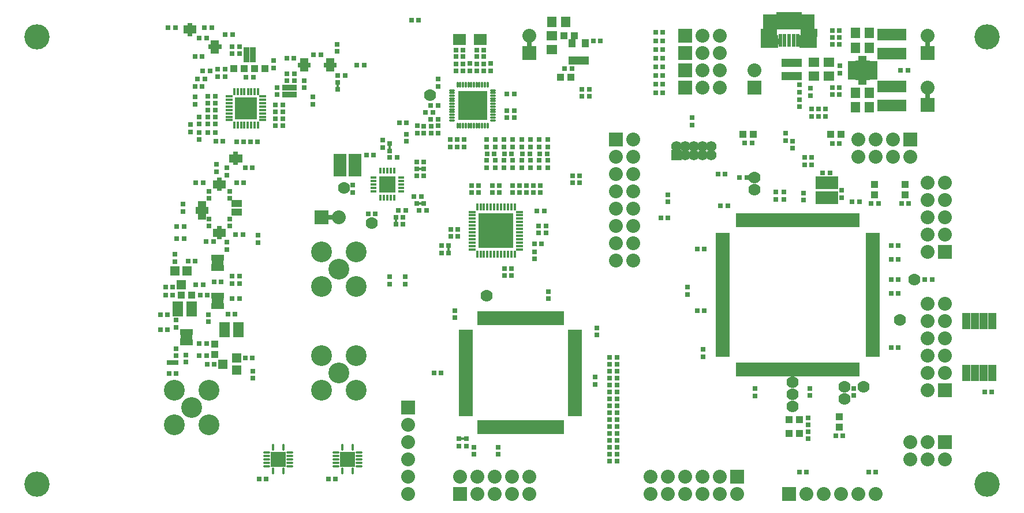
<source format=gts>
G04 (created by PCBNEW-RS274X (2012-01-19 BZR 3256)-stable) date 12/09/2012 22:21:58*
G01*
G70*
G90*
%MOIN*%
G04 Gerber Fmt 3.4, Leading zero omitted, Abs format*
%FSLAX34Y34*%
G04 APERTURE LIST*
%ADD10C,0.006000*%
%ADD11R,0.056000X0.056000*%
%ADD12R,0.040000X0.050000*%
%ADD13R,0.067200X0.075100*%
%ADD14R,0.075100X0.067200*%
%ADD15R,0.031600X0.079100*%
%ADD16R,0.079100X0.031600*%
%ADD17R,0.023700X0.076900*%
%ADD18R,0.076100X0.101400*%
%ADD19R,0.104300X0.077100*%
%ADD20R,0.091900X0.045000*%
%ADD21R,0.083000X0.131600*%
%ADD22C,0.083000*%
%ADD23C,0.077100*%
%ADD24C,0.070000*%
%ADD25R,0.041700X0.051500*%
%ADD26R,0.059000X0.038000*%
%ADD27R,0.045000X0.095000*%
%ADD28R,0.026000X0.036900*%
%ADD29R,0.044000X0.027900*%
%ADD30R,0.036900X0.026000*%
%ADD31R,0.027900X0.044000*%
%ADD32R,0.027900X0.037700*%
%ADD33R,0.071200X0.027900*%
%ADD34O,0.067200X0.027900*%
%ADD35R,0.067200X0.039700*%
%ADD36O,0.063300X0.027900*%
%ADD37R,0.025900X0.027900*%
%ADD38R,0.053500X0.031000*%
%ADD39R,0.052400X0.067200*%
%ADD40R,0.031000X0.047600*%
%ADD41C,0.043000*%
%ADD42O,0.039100X0.016600*%
%ADD43O,0.016600X0.039100*%
%ADD44R,0.046000X0.046000*%
%ADD45O,0.016600X0.041000*%
%ADD46O,0.041000X0.016600*%
%ADD47R,0.200900X0.200900*%
%ADD48O,0.013700X0.038300*%
%ADD49O,0.038300X0.013700*%
%ADD50R,0.170500X0.170500*%
%ADD51R,0.131300X0.131300*%
%ADD52O,0.037100X0.016600*%
%ADD53O,0.016600X0.037100*%
%ADD54R,0.096500X0.096500*%
%ADD55R,0.165700X0.067200*%
%ADD56R,0.035700X0.039700*%
%ADD57R,0.047600X0.039700*%
%ADD58R,0.039700X0.043600*%
%ADD59R,0.080000X0.080000*%
%ADD60C,0.080000*%
%ADD61R,0.036100X0.033000*%
%ADD62R,0.033000X0.036100*%
%ADD63R,0.062000X0.062000*%
%ADD64C,0.062000*%
%ADD65R,0.041700X0.029800*%
%ADD66R,0.064700X0.053300*%
%ADD67R,0.053300X0.064700*%
%ADD68R,0.042000X0.042000*%
%ADD69R,0.030000X0.028000*%
%ADD70R,0.028000X0.030000*%
%ADD71C,0.120000*%
%ADD72R,0.038000X0.028000*%
%ADD73R,0.038000X0.018000*%
%ADD74R,0.018000X0.038000*%
%ADD75R,0.030000X0.080000*%
%ADD76R,0.080000X0.030000*%
%ADD77C,0.146000*%
G04 APERTURE END LIST*
G54D10*
G54D11*
X37600Y-41650D03*
X37600Y-42350D03*
X36800Y-42000D03*
X34050Y-36600D03*
X34750Y-36600D03*
X34400Y-37400D03*
G54D12*
X56975Y-24450D03*
X57725Y-24450D03*
X56975Y-23450D03*
X57350Y-24450D03*
X57725Y-23450D03*
G54D13*
X72015Y-32383D03*
X71385Y-31517D03*
X72015Y-31517D03*
X71385Y-32383D03*
G54D14*
X43567Y-30815D03*
X44433Y-30185D03*
X44433Y-30815D03*
X43567Y-30185D03*
G54D15*
X56362Y-39350D03*
X56165Y-39350D03*
X55969Y-39350D03*
X55772Y-39350D03*
X55575Y-39350D03*
X55378Y-39350D03*
X55181Y-39350D03*
X54984Y-39350D03*
X54787Y-39350D03*
X54591Y-39350D03*
X54394Y-39350D03*
X54197Y-39350D03*
X54000Y-39350D03*
X53803Y-39350D03*
X53606Y-39350D03*
X53409Y-39350D03*
X53213Y-39350D03*
X53016Y-39350D03*
X52819Y-39350D03*
X52622Y-39350D03*
X52425Y-39350D03*
X52228Y-39350D03*
X52031Y-39350D03*
X51835Y-39350D03*
X51638Y-39350D03*
G54D16*
X50850Y-40138D03*
X50850Y-40335D03*
X50850Y-40531D03*
X50850Y-40728D03*
X50850Y-40925D03*
X50850Y-41122D03*
X50850Y-41319D03*
X50850Y-41516D03*
X50850Y-41713D03*
X50850Y-41909D03*
X50850Y-42106D03*
X50850Y-42303D03*
X50850Y-42500D03*
X50850Y-42697D03*
X50850Y-42894D03*
X50850Y-43091D03*
X50850Y-43287D03*
X50850Y-43484D03*
X50850Y-43681D03*
X50850Y-43878D03*
X50850Y-44075D03*
X50850Y-44272D03*
X50850Y-44469D03*
X50850Y-44665D03*
X50850Y-44862D03*
G54D15*
X51638Y-45650D03*
X51835Y-45650D03*
X52031Y-45650D03*
X52228Y-45650D03*
X52425Y-45650D03*
X52622Y-45650D03*
X52819Y-45650D03*
X53016Y-45650D03*
X53213Y-45650D03*
X53409Y-45650D03*
X53606Y-45650D03*
X53803Y-45650D03*
X54000Y-45650D03*
X54197Y-45650D03*
X54394Y-45650D03*
X54591Y-45650D03*
X54787Y-45650D03*
X54984Y-45650D03*
X55181Y-45650D03*
X55378Y-45650D03*
X55575Y-45650D03*
X55772Y-45650D03*
X55969Y-45650D03*
X56165Y-45650D03*
X56362Y-45650D03*
G54D16*
X57150Y-44862D03*
X57150Y-44665D03*
X57150Y-44469D03*
X57150Y-44272D03*
X57150Y-44075D03*
X57150Y-43878D03*
X57150Y-43681D03*
X57150Y-43484D03*
X57150Y-43287D03*
X57150Y-43091D03*
X57150Y-42894D03*
X57150Y-42697D03*
X57150Y-42500D03*
X57150Y-42303D03*
X57150Y-42106D03*
X57150Y-41909D03*
X57150Y-41713D03*
X57150Y-41516D03*
X57150Y-41319D03*
X57150Y-41122D03*
X57150Y-40925D03*
X57150Y-40728D03*
X57150Y-40531D03*
X57150Y-40335D03*
X57150Y-40138D03*
G54D17*
X70012Y-23281D03*
X69756Y-23281D03*
X69500Y-23281D03*
X69244Y-23281D03*
X68988Y-23281D03*
G54D18*
X69879Y-22156D03*
X69121Y-22156D03*
G54D19*
X70614Y-23340D03*
X68386Y-23340D03*
G54D20*
X70676Y-22827D03*
X68324Y-22827D03*
G54D21*
X70583Y-22394D03*
X68417Y-22394D03*
G54D22*
X70583Y-22169D03*
X68417Y-22169D03*
G54D23*
X70479Y-23339D03*
X68521Y-23339D03*
G54D24*
X48775Y-26425D03*
X76750Y-37100D03*
X67500Y-31900D03*
X67500Y-31200D03*
X45400Y-33850D03*
X75900Y-39450D03*
X43800Y-31800D03*
X73800Y-43300D03*
X69700Y-43750D03*
X69700Y-43050D03*
X69700Y-44450D03*
X72700Y-44000D03*
X72700Y-43300D03*
G54D25*
X70024Y-24566D03*
X69650Y-24566D03*
X69276Y-24566D03*
X69276Y-25334D03*
X69650Y-25334D03*
X70024Y-25334D03*
G54D26*
X34205Y-38540D03*
X34205Y-38800D03*
X34205Y-39060D03*
X34995Y-39060D03*
X34995Y-38800D03*
X34995Y-38540D03*
X37695Y-40260D03*
X37695Y-40000D03*
X37695Y-39740D03*
X36905Y-39740D03*
X36905Y-40000D03*
X36905Y-40260D03*
G54D27*
X81250Y-39500D03*
X80750Y-39500D03*
X80250Y-39500D03*
X79750Y-39500D03*
X79750Y-42500D03*
X80250Y-42500D03*
X80750Y-42500D03*
X81250Y-42500D03*
G54D28*
X43098Y-24489D03*
G54D29*
X42823Y-24700D03*
G54D28*
X42902Y-24911D03*
X43098Y-24911D03*
G54D29*
X43177Y-24700D03*
G54D28*
X42902Y-24489D03*
X36448Y-23439D03*
G54D29*
X36173Y-23650D03*
G54D28*
X36252Y-23861D03*
X36448Y-23861D03*
G54D29*
X36527Y-23650D03*
G54D28*
X36252Y-23439D03*
X41402Y-24911D03*
G54D29*
X41677Y-24700D03*
G54D28*
X41598Y-24489D03*
X41402Y-24489D03*
G54D29*
X41323Y-24700D03*
G54D28*
X41598Y-24911D03*
G54D30*
X34689Y-22552D03*
G54D31*
X34900Y-22827D03*
G54D30*
X35111Y-22748D03*
X35111Y-22552D03*
G54D31*
X34900Y-22473D03*
G54D30*
X34689Y-22748D03*
X36389Y-31502D03*
G54D31*
X36600Y-31777D03*
G54D30*
X36811Y-31698D03*
X36811Y-31502D03*
G54D31*
X36600Y-31423D03*
G54D30*
X36389Y-31698D03*
X36811Y-34498D03*
G54D31*
X36600Y-34223D03*
G54D30*
X36389Y-34302D03*
X36389Y-34498D03*
G54D31*
X36600Y-34577D03*
G54D30*
X36811Y-34302D03*
X37761Y-30198D03*
G54D31*
X37550Y-29923D03*
G54D30*
X37339Y-30002D03*
X37339Y-30198D03*
G54D31*
X37550Y-30277D03*
G54D30*
X37761Y-30002D03*
G54D32*
X36264Y-36455D03*
X36421Y-36455D03*
X36579Y-36455D03*
X36736Y-36455D03*
X36736Y-35845D03*
X36579Y-35845D03*
X36421Y-35845D03*
X36264Y-35845D03*
G54D33*
X36500Y-36150D03*
G54D34*
X36500Y-36052D03*
G54D35*
X36500Y-36150D03*
G54D36*
X36520Y-36248D03*
G54D10*
G36*
X36303Y-36429D02*
X36122Y-36248D01*
X36283Y-36087D01*
X36464Y-36268D01*
X36303Y-36429D01*
X36303Y-36429D01*
G37*
G54D37*
X36333Y-36248D03*
G54D32*
X34454Y-40745D03*
X34611Y-40745D03*
X34769Y-40745D03*
X34926Y-40745D03*
X34926Y-40135D03*
X34769Y-40135D03*
X34611Y-40135D03*
X34454Y-40135D03*
G54D33*
X34690Y-40440D03*
G54D34*
X34690Y-40342D03*
G54D35*
X34690Y-40440D03*
G54D36*
X34710Y-40538D03*
G54D10*
G36*
X34493Y-40719D02*
X34312Y-40538D01*
X34473Y-40377D01*
X34654Y-40558D01*
X34493Y-40719D01*
X34493Y-40719D01*
G37*
G54D37*
X34523Y-40538D03*
G54D32*
X36736Y-38045D03*
X36579Y-38045D03*
X36421Y-38045D03*
X36264Y-38045D03*
X36264Y-38655D03*
X36421Y-38655D03*
X36579Y-38655D03*
X36736Y-38655D03*
G54D33*
X36500Y-38350D03*
G54D34*
X36500Y-38448D03*
G54D35*
X36500Y-38350D03*
G54D36*
X36480Y-38252D03*
G54D10*
G36*
X36697Y-38071D02*
X36878Y-38252D01*
X36717Y-38413D01*
X36536Y-38232D01*
X36697Y-38071D01*
X36697Y-38071D01*
G37*
G54D37*
X36667Y-38252D03*
G54D38*
X73159Y-24606D03*
X73159Y-24803D03*
X73159Y-25000D03*
X73159Y-25197D03*
X73159Y-25394D03*
X74341Y-25394D03*
X74341Y-25197D03*
X74341Y-25000D03*
X74341Y-24803D03*
X74341Y-24606D03*
G54D39*
X73912Y-25236D03*
X73912Y-24764D03*
X73588Y-24764D03*
X73588Y-25236D03*
G54D40*
X73848Y-24390D03*
X73652Y-24390D03*
X73652Y-25610D03*
X73848Y-25610D03*
G54D41*
X73750Y-25000D03*
X73947Y-24705D03*
X73553Y-24705D03*
X73553Y-25295D03*
X73947Y-25295D03*
G54D42*
X44679Y-47894D03*
X44679Y-47697D03*
X44679Y-47500D03*
X44679Y-47303D03*
X44679Y-47106D03*
G54D43*
X43705Y-46821D03*
G54D42*
X43321Y-47106D03*
X43321Y-47303D03*
X43321Y-47500D03*
X43321Y-47697D03*
X43321Y-47894D03*
G54D44*
X44202Y-47702D03*
X43798Y-47702D03*
X44202Y-47298D03*
X43798Y-47298D03*
G54D43*
X44295Y-46821D03*
X43705Y-48179D03*
X44295Y-48179D03*
G54D42*
X40679Y-47894D03*
X40679Y-47697D03*
X40679Y-47500D03*
X40679Y-47303D03*
X40679Y-47106D03*
G54D43*
X39705Y-46821D03*
G54D42*
X39321Y-47106D03*
X39321Y-47303D03*
X39321Y-47500D03*
X39321Y-47697D03*
X39321Y-47894D03*
G54D44*
X40202Y-47702D03*
X39798Y-47702D03*
X40202Y-47298D03*
X39798Y-47298D03*
G54D43*
X40295Y-46821D03*
X39705Y-48179D03*
X40295Y-48179D03*
G54D45*
X53658Y-32917D03*
X53461Y-32917D03*
X53264Y-32917D03*
X53067Y-32917D03*
X52870Y-32917D03*
X52673Y-32917D03*
X52477Y-32917D03*
X52280Y-32917D03*
X52083Y-32917D03*
X51886Y-32917D03*
X51689Y-32917D03*
X51492Y-32917D03*
G54D46*
X51217Y-33192D03*
X51217Y-33389D03*
X51217Y-33586D03*
X51217Y-33783D03*
X51217Y-33980D03*
X51217Y-34177D03*
X51217Y-34373D03*
X51217Y-34570D03*
X51217Y-34767D03*
X51217Y-34964D03*
X51217Y-35161D03*
X51217Y-35358D03*
G54D45*
X51492Y-35633D03*
X51689Y-35633D03*
X51886Y-35633D03*
X52083Y-35633D03*
X52280Y-35633D03*
X52477Y-35633D03*
X52673Y-35633D03*
X52870Y-35633D03*
X53067Y-35633D03*
X53264Y-35633D03*
X53461Y-35633D03*
X53658Y-35633D03*
G54D46*
X53933Y-35358D03*
X53933Y-35161D03*
X53933Y-34964D03*
X53933Y-34767D03*
X53933Y-34570D03*
X53933Y-34373D03*
X53933Y-34177D03*
X53933Y-33980D03*
X53933Y-33783D03*
X53933Y-33586D03*
X53933Y-33389D03*
X53933Y-33192D03*
G54D47*
X52575Y-34275D03*
G54D48*
X52091Y-25844D03*
X51934Y-25844D03*
X51776Y-25844D03*
X51619Y-25844D03*
X51461Y-25844D03*
X51304Y-25844D03*
X51146Y-25844D03*
X50989Y-25844D03*
X50831Y-25844D03*
X50674Y-25844D03*
X50516Y-25844D03*
X50359Y-25844D03*
G54D49*
X50044Y-26159D03*
X50044Y-26316D03*
X50044Y-26474D03*
X50044Y-26631D03*
X50044Y-26789D03*
X50044Y-26946D03*
X50044Y-27104D03*
X50044Y-27261D03*
X50044Y-27419D03*
X50044Y-27576D03*
X50044Y-27734D03*
X50044Y-27891D03*
G54D48*
X50359Y-28206D03*
X50516Y-28206D03*
X50674Y-28206D03*
X50831Y-28206D03*
X50989Y-28206D03*
X51146Y-28206D03*
X51304Y-28206D03*
X51461Y-28206D03*
X51619Y-28206D03*
X51776Y-28206D03*
X51934Y-28206D03*
X52091Y-28206D03*
G54D49*
X52406Y-27891D03*
X52406Y-27734D03*
X52406Y-27576D03*
X52406Y-27419D03*
X52406Y-27261D03*
X52406Y-27104D03*
X52406Y-26946D03*
X52406Y-26789D03*
X52406Y-26631D03*
X52406Y-26474D03*
X52406Y-26316D03*
X52406Y-26159D03*
G54D50*
X51225Y-27025D03*
G54D46*
X37185Y-26511D03*
X37185Y-26708D03*
X37185Y-26905D03*
X37185Y-27102D03*
X37185Y-27298D03*
X37185Y-27495D03*
X37185Y-27692D03*
X37185Y-27889D03*
G54D51*
X38150Y-27200D03*
G54D45*
X37461Y-28165D03*
X37658Y-28165D03*
X37855Y-28165D03*
X38052Y-28165D03*
X38248Y-28165D03*
X38445Y-28165D03*
X38642Y-28165D03*
X38839Y-28165D03*
G54D46*
X39115Y-27889D03*
X39115Y-27692D03*
X39115Y-27495D03*
X39115Y-27298D03*
X39115Y-27102D03*
X39115Y-26905D03*
X39115Y-26708D03*
X39115Y-26511D03*
G54D45*
X38839Y-26235D03*
X38642Y-26235D03*
X38445Y-26235D03*
X38268Y-26235D03*
X38052Y-26235D03*
X37855Y-26235D03*
X37678Y-26235D03*
X37461Y-26235D03*
G54D52*
X45513Y-31206D03*
X45513Y-31403D03*
X45513Y-31600D03*
X45513Y-31797D03*
X45513Y-31994D03*
G54D53*
X45906Y-32387D03*
X46103Y-32387D03*
X46300Y-32387D03*
X46497Y-32387D03*
X46694Y-32387D03*
G54D52*
X47087Y-31994D03*
X47087Y-31797D03*
X47087Y-31600D03*
X47087Y-31403D03*
X47087Y-31206D03*
G54D53*
X46694Y-30813D03*
X46497Y-30813D03*
X46300Y-30813D03*
X46103Y-30813D03*
X45906Y-30813D03*
G54D54*
X46300Y-31600D03*
G54D55*
X75450Y-27051D03*
X75450Y-25949D03*
X75450Y-24051D03*
X75450Y-22949D03*
G54D15*
X73445Y-33659D03*
X73248Y-33659D03*
X73051Y-33659D03*
X72854Y-33659D03*
X72657Y-33659D03*
X72461Y-33659D03*
X72264Y-33659D03*
X72067Y-33659D03*
X71870Y-33659D03*
X71673Y-33659D03*
X71476Y-33659D03*
X71280Y-33659D03*
X71083Y-33659D03*
X70886Y-33659D03*
X70689Y-33659D03*
X70492Y-33659D03*
X70295Y-33659D03*
X70098Y-33659D03*
X69902Y-33659D03*
X69705Y-33659D03*
X69508Y-33659D03*
X69311Y-33659D03*
X69114Y-33659D03*
X68917Y-33659D03*
X68720Y-33659D03*
X68524Y-33659D03*
X68327Y-33659D03*
X68130Y-33659D03*
X67933Y-33659D03*
X67736Y-33659D03*
X67539Y-33659D03*
X67343Y-33659D03*
X67146Y-33659D03*
X66949Y-33659D03*
X66752Y-33659D03*
X66555Y-33659D03*
G54D16*
X65669Y-34545D03*
X65669Y-34742D03*
X65669Y-34939D03*
X65669Y-35136D03*
X65669Y-35333D03*
X65669Y-35529D03*
X65669Y-35726D03*
X65669Y-35923D03*
X65669Y-36120D03*
X65669Y-36317D03*
X65669Y-36514D03*
X65669Y-36710D03*
X65669Y-36907D03*
X65669Y-37104D03*
X65669Y-37301D03*
X65669Y-37498D03*
X65669Y-37695D03*
X65669Y-37892D03*
X65669Y-38088D03*
X65669Y-38285D03*
X65669Y-38482D03*
X65669Y-38679D03*
X65669Y-38876D03*
X65669Y-39073D03*
X65669Y-39270D03*
X65669Y-39466D03*
X65669Y-39663D03*
X65669Y-39860D03*
X65669Y-40057D03*
X65669Y-40254D03*
X65669Y-40451D03*
X65669Y-40647D03*
X65669Y-40844D03*
X65669Y-41041D03*
X65669Y-41238D03*
X65669Y-41435D03*
G54D15*
X66555Y-42321D03*
X66752Y-42321D03*
X66949Y-42321D03*
X67146Y-42321D03*
X67343Y-42321D03*
X67539Y-42321D03*
X67736Y-42321D03*
X67933Y-42321D03*
X68130Y-42321D03*
X68327Y-42321D03*
X68524Y-42321D03*
X68720Y-42321D03*
X68917Y-42321D03*
X69114Y-42321D03*
X69311Y-42321D03*
X69508Y-42321D03*
X69705Y-42321D03*
X69902Y-42321D03*
X70098Y-42321D03*
X70295Y-42321D03*
X70492Y-42321D03*
X70689Y-42321D03*
X70886Y-42321D03*
X71083Y-42321D03*
X71280Y-42321D03*
X71476Y-42321D03*
X71673Y-42321D03*
X71870Y-42321D03*
X72067Y-42321D03*
X72264Y-42321D03*
X72461Y-42321D03*
X72657Y-42321D03*
X72854Y-42321D03*
X73051Y-42321D03*
X73248Y-42321D03*
X73445Y-42321D03*
G54D16*
X74331Y-41435D03*
X74331Y-41238D03*
X74331Y-41041D03*
X74331Y-40844D03*
X74331Y-40647D03*
X74331Y-40451D03*
X74331Y-40254D03*
X74331Y-40057D03*
X74331Y-39860D03*
X74331Y-39663D03*
X74331Y-39466D03*
X74331Y-39270D03*
X74331Y-39073D03*
X74331Y-38876D03*
X74331Y-38679D03*
X74331Y-38482D03*
X74331Y-38285D03*
X74331Y-38088D03*
X74331Y-37892D03*
X74331Y-37695D03*
X74331Y-37498D03*
X74331Y-37301D03*
X74331Y-37104D03*
X74331Y-36907D03*
X74331Y-36710D03*
X74331Y-36514D03*
X74331Y-36317D03*
X74331Y-36120D03*
X74331Y-35923D03*
X74331Y-35726D03*
X74331Y-35529D03*
X74331Y-35333D03*
X74331Y-35136D03*
X74331Y-34939D03*
X74331Y-34742D03*
X74331Y-34545D03*
G54D56*
X37738Y-33196D03*
X37738Y-32704D03*
X37462Y-32704D03*
X37462Y-33196D03*
G54D57*
X35600Y-32765D03*
X35600Y-33435D03*
G54D58*
X35777Y-33100D03*
X35423Y-33100D03*
G54D59*
X59500Y-29000D03*
G54D60*
X60500Y-29000D03*
X59500Y-30000D03*
X60500Y-30000D03*
X59500Y-31000D03*
X60500Y-31000D03*
X59500Y-32000D03*
X60500Y-32000D03*
X59500Y-33000D03*
X60500Y-33000D03*
X59500Y-34000D03*
X60500Y-34000D03*
X59500Y-35000D03*
X60500Y-35000D03*
X59500Y-36000D03*
X60500Y-36000D03*
G54D59*
X66500Y-48500D03*
G54D60*
X66500Y-49500D03*
X65500Y-48500D03*
X65500Y-49500D03*
X64500Y-48500D03*
X64500Y-49500D03*
X63500Y-48500D03*
X63500Y-49500D03*
X62500Y-48500D03*
X62500Y-49500D03*
X61500Y-48500D03*
X61500Y-49500D03*
G54D59*
X78500Y-43500D03*
G54D60*
X77500Y-43500D03*
X78500Y-42500D03*
X77500Y-42500D03*
X78500Y-41500D03*
X77500Y-41500D03*
X78500Y-40500D03*
X77500Y-40500D03*
X78500Y-39500D03*
X77500Y-39500D03*
X78500Y-38500D03*
X77500Y-38500D03*
G54D59*
X78500Y-35500D03*
G54D60*
X77500Y-35500D03*
X78500Y-34500D03*
X77500Y-34500D03*
X78500Y-33500D03*
X77500Y-33500D03*
X78500Y-32500D03*
X77500Y-32500D03*
X78500Y-31500D03*
X77500Y-31500D03*
G54D59*
X50500Y-49500D03*
G54D60*
X50500Y-48500D03*
X51500Y-49500D03*
X51500Y-48500D03*
X52500Y-49500D03*
X52500Y-48500D03*
X53500Y-49500D03*
X53500Y-48500D03*
X54500Y-49500D03*
X54500Y-48500D03*
G54D59*
X76500Y-29000D03*
G54D60*
X76500Y-30000D03*
X75500Y-29000D03*
X75500Y-30000D03*
X74500Y-29000D03*
X74500Y-30000D03*
X73500Y-29000D03*
X73500Y-30000D03*
G54D59*
X78510Y-46500D03*
G54D60*
X78510Y-47500D03*
X77510Y-46500D03*
X77510Y-47500D03*
X76510Y-46500D03*
X76510Y-47500D03*
G54D59*
X69500Y-49500D03*
G54D60*
X70500Y-49500D03*
X71500Y-49500D03*
X72500Y-49500D03*
X73500Y-49500D03*
X74500Y-49500D03*
G54D59*
X47500Y-44500D03*
G54D60*
X47500Y-45500D03*
X47500Y-46500D03*
X47500Y-47500D03*
X47500Y-48500D03*
X47500Y-49500D03*
G54D59*
X63500Y-24000D03*
G54D60*
X64500Y-24000D03*
X65500Y-24000D03*
G54D59*
X63500Y-23000D03*
G54D60*
X64500Y-23000D03*
X65500Y-23000D03*
G54D59*
X63500Y-25000D03*
G54D60*
X64500Y-25000D03*
X65500Y-25000D03*
G54D59*
X63500Y-26000D03*
G54D60*
X64500Y-26000D03*
X65500Y-26000D03*
G54D59*
X67500Y-26000D03*
G54D60*
X67500Y-25000D03*
G54D61*
X40910Y-26005D03*
X40650Y-26005D03*
X40390Y-26005D03*
X40390Y-26395D03*
X40650Y-26395D03*
X40910Y-26395D03*
G54D62*
X38155Y-23840D03*
X38155Y-24100D03*
X38155Y-24360D03*
X38545Y-24360D03*
X38545Y-24100D03*
X38545Y-23840D03*
G54D63*
X63000Y-29900D03*
G54D64*
X63000Y-29400D03*
X63500Y-29900D03*
X63500Y-29400D03*
X64000Y-29900D03*
X64000Y-29400D03*
X64500Y-29900D03*
X64500Y-29400D03*
X65000Y-29900D03*
X65000Y-29400D03*
G54D65*
X51508Y-23028D03*
X51508Y-23225D03*
X51508Y-23422D03*
X51842Y-23422D03*
X51842Y-23225D03*
X51842Y-23028D03*
X50308Y-23028D03*
X50308Y-23225D03*
X50308Y-23422D03*
X50642Y-23422D03*
X50642Y-23225D03*
X50642Y-23028D03*
G54D66*
X55800Y-23800D03*
X55800Y-23000D03*
X70950Y-25350D03*
X70950Y-24550D03*
G54D67*
X73350Y-22850D03*
X74150Y-22850D03*
X73350Y-23700D03*
X74150Y-23700D03*
X55800Y-22200D03*
X56600Y-22200D03*
G54D66*
X71800Y-24550D03*
X71800Y-25350D03*
G54D67*
X74150Y-26300D03*
X73350Y-26300D03*
X74150Y-27150D03*
X73350Y-27150D03*
G54D68*
X72500Y-28700D03*
X71900Y-28700D03*
X67450Y-28700D03*
X66850Y-28700D03*
X72400Y-45050D03*
X72400Y-45650D03*
X70100Y-46000D03*
X69500Y-46000D03*
X70100Y-45200D03*
X69500Y-45200D03*
X74450Y-31600D03*
X74450Y-32200D03*
X76200Y-31600D03*
X76200Y-32200D03*
X37450Y-24900D03*
X38050Y-24900D03*
X35000Y-38000D03*
X34400Y-38000D03*
X57100Y-23000D03*
X56500Y-23000D03*
X39250Y-24900D03*
X38650Y-24900D03*
X56900Y-25400D03*
X56300Y-25400D03*
X36350Y-40850D03*
X36350Y-41450D03*
G54D69*
X62500Y-32190D03*
X62500Y-32610D03*
G54D70*
X72410Y-23500D03*
X71990Y-23500D03*
X72410Y-23100D03*
X71990Y-23100D03*
X77340Y-37100D03*
X77760Y-37100D03*
X74510Y-48250D03*
X74090Y-48250D03*
G54D69*
X71190Y-27240D03*
X71190Y-27660D03*
X71590Y-27660D03*
X71590Y-27240D03*
X70750Y-26460D03*
X70750Y-26040D03*
X70790Y-27660D03*
X70790Y-27240D03*
G54D70*
X75940Y-25000D03*
X76360Y-25000D03*
X35340Y-25500D03*
X35760Y-25500D03*
X72410Y-26000D03*
X71990Y-26000D03*
G54D69*
X54075Y-30215D03*
X54075Y-30635D03*
G54D70*
X37760Y-23650D03*
X37340Y-23650D03*
X35640Y-25050D03*
X36060Y-25050D03*
X40490Y-24300D03*
X40910Y-24300D03*
G54D69*
X38850Y-34960D03*
X38850Y-34540D03*
G54D70*
X36360Y-28600D03*
X35940Y-28600D03*
G54D69*
X34950Y-28560D03*
X34950Y-28140D03*
G54D70*
X35940Y-27700D03*
X36360Y-27700D03*
X36360Y-26500D03*
X35940Y-26500D03*
X62090Y-33550D03*
X62510Y-33550D03*
G54D69*
X63650Y-37960D03*
X63650Y-37540D03*
X55575Y-30215D03*
X55575Y-30635D03*
X55075Y-30215D03*
X55075Y-30635D03*
X54575Y-30215D03*
X54575Y-30635D03*
G54D70*
X57410Y-31500D03*
X56990Y-31500D03*
X57540Y-26500D03*
X57960Y-26500D03*
X34790Y-36050D03*
X35210Y-36050D03*
G54D69*
X54075Y-29015D03*
X54075Y-29435D03*
X54575Y-29015D03*
X54575Y-29435D03*
X55075Y-29015D03*
X55075Y-29435D03*
X55575Y-29015D03*
X55575Y-29435D03*
G54D70*
X57410Y-31100D03*
X56990Y-31100D03*
X57540Y-26100D03*
X57960Y-26100D03*
G54D69*
X53525Y-29015D03*
X53525Y-29435D03*
X53025Y-29015D03*
X53025Y-29435D03*
X52525Y-29015D03*
X52525Y-29435D03*
X52025Y-29015D03*
X52025Y-29435D03*
X38550Y-42810D03*
X38550Y-42390D03*
G54D70*
X48415Y-28225D03*
X48835Y-28225D03*
X48415Y-28625D03*
X48835Y-28625D03*
G54D69*
X47350Y-36940D03*
X47350Y-37360D03*
X46450Y-36940D03*
X46450Y-37360D03*
X36000Y-31990D03*
X36000Y-32410D03*
G54D70*
X37540Y-34500D03*
X37960Y-34500D03*
G54D69*
X37050Y-30640D03*
X37050Y-31060D03*
G54D70*
X42040Y-24100D03*
X42460Y-24100D03*
G54D69*
X41500Y-25590D03*
X41500Y-26010D03*
G54D70*
X35190Y-24200D03*
X35610Y-24200D03*
G54D69*
X36450Y-30440D03*
X36450Y-30860D03*
X40500Y-25190D03*
X40500Y-25610D03*
X36000Y-34010D03*
X36000Y-33590D03*
X37200Y-33590D03*
X37200Y-34010D03*
X40950Y-25190D03*
X40950Y-25610D03*
G54D70*
X35840Y-34900D03*
X36260Y-34900D03*
X35240Y-31500D03*
X35660Y-31500D03*
G54D69*
X37050Y-34940D03*
X37050Y-35360D03*
G54D70*
X45610Y-33300D03*
X45190Y-33300D03*
G54D69*
X44300Y-31640D03*
X44300Y-32060D03*
G54D70*
X59140Y-47600D03*
X59560Y-47600D03*
X59140Y-47200D03*
X59560Y-47200D03*
X38090Y-30650D03*
X38510Y-30650D03*
X40260Y-28200D03*
X39840Y-28200D03*
X40260Y-27000D03*
X39840Y-27000D03*
X40260Y-27400D03*
X39840Y-27400D03*
X35940Y-27300D03*
X36360Y-27300D03*
X35940Y-26900D03*
X36360Y-26900D03*
X43440Y-25300D03*
X43860Y-25300D03*
X44540Y-24700D03*
X44960Y-24700D03*
G54D69*
X42000Y-26960D03*
X42000Y-26540D03*
G54D70*
X59140Y-46800D03*
X59560Y-46800D03*
X37590Y-31500D03*
X38010Y-31500D03*
X36810Y-29100D03*
X36390Y-29100D03*
G54D69*
X35450Y-29010D03*
X35450Y-28590D03*
G54D70*
X35940Y-28100D03*
X36360Y-28100D03*
G54D69*
X35450Y-27690D03*
X35450Y-28110D03*
X43400Y-23490D03*
X43400Y-23910D03*
X37200Y-31990D03*
X37200Y-32410D03*
G54D70*
X62210Y-22800D03*
X61790Y-22800D03*
X67360Y-29200D03*
X66940Y-29200D03*
X72190Y-46150D03*
X72610Y-46150D03*
X75990Y-32700D03*
X76410Y-32700D03*
X74240Y-32700D03*
X74660Y-32700D03*
G54D69*
X70600Y-45090D03*
X70600Y-45510D03*
X70600Y-45890D03*
X70600Y-46310D03*
X69200Y-32040D03*
X69200Y-32460D03*
G54D70*
X61790Y-24300D03*
X62210Y-24300D03*
X72410Y-29250D03*
X71990Y-29250D03*
G54D69*
X63900Y-28160D03*
X63900Y-27740D03*
X70100Y-27110D03*
X70100Y-26690D03*
G54D70*
X66640Y-31200D03*
X67060Y-31200D03*
X65390Y-31000D03*
X65810Y-31000D03*
G54D69*
X70100Y-26260D03*
X70100Y-25840D03*
G54D70*
X70510Y-48250D03*
X70090Y-48250D03*
G54D69*
X69700Y-29090D03*
X69700Y-29510D03*
X69300Y-28640D03*
X69300Y-29060D03*
G54D70*
X59140Y-43600D03*
X59560Y-43600D03*
X59140Y-46400D03*
X59560Y-46400D03*
X59140Y-46000D03*
X59560Y-46000D03*
X61790Y-26300D03*
X62210Y-26300D03*
X59140Y-45600D03*
X59560Y-45600D03*
X59140Y-45200D03*
X59560Y-45200D03*
X59140Y-44800D03*
X59560Y-44800D03*
X59140Y-44400D03*
X59560Y-44400D03*
X59140Y-44000D03*
X59560Y-44000D03*
X72410Y-26400D03*
X71990Y-26400D03*
X61790Y-25300D03*
X62210Y-25300D03*
X59140Y-43200D03*
X59560Y-43200D03*
X59140Y-42800D03*
X59560Y-42800D03*
X59140Y-42400D03*
X59560Y-42400D03*
X59140Y-42000D03*
X59560Y-42000D03*
X59140Y-41600D03*
X59560Y-41600D03*
X46860Y-30050D03*
X46440Y-30050D03*
X52065Y-29825D03*
X52485Y-29825D03*
G54D69*
X50675Y-24215D03*
X50675Y-24635D03*
X49925Y-29435D03*
X49925Y-29015D03*
X52025Y-30635D03*
X52025Y-30215D03*
X52525Y-30635D03*
X52525Y-30215D03*
X53025Y-30635D03*
X53025Y-30215D03*
X53525Y-30635D03*
X53525Y-30215D03*
X50275Y-24215D03*
X50275Y-24635D03*
X49225Y-28215D03*
X49225Y-28635D03*
G54D70*
X45090Y-29900D03*
X45510Y-29900D03*
G54D69*
X48025Y-28215D03*
X48025Y-28635D03*
X47400Y-28690D03*
X47400Y-29110D03*
G54D70*
X46990Y-28050D03*
X47410Y-28050D03*
X48260Y-32300D03*
X47840Y-32300D03*
X47360Y-33100D03*
X46940Y-33100D03*
G54D69*
X51475Y-24215D03*
X51475Y-24635D03*
G54D70*
X48410Y-31100D03*
X47990Y-31100D03*
X49965Y-34200D03*
X50385Y-34200D03*
X49965Y-34600D03*
X50385Y-34600D03*
X72410Y-22700D03*
X71990Y-22700D03*
X65540Y-32850D03*
X65960Y-32850D03*
X64190Y-35350D03*
X64610Y-35350D03*
X64190Y-38900D03*
X64610Y-38900D03*
G54D69*
X64550Y-41140D03*
X64550Y-41560D03*
X67540Y-43830D03*
X67540Y-43410D03*
X70700Y-43810D03*
X70700Y-43390D03*
X73250Y-43810D03*
X73250Y-43390D03*
G54D70*
X75810Y-41050D03*
X75390Y-41050D03*
X75810Y-37900D03*
X75390Y-37900D03*
X75810Y-37100D03*
X75390Y-37100D03*
X75810Y-35950D03*
X75390Y-35950D03*
G54D69*
X49225Y-25515D03*
X49225Y-25935D03*
X53525Y-31665D03*
X53525Y-32085D03*
X53925Y-31665D03*
X53925Y-32085D03*
X52375Y-31665D03*
X52375Y-32085D03*
X52775Y-31665D03*
X52775Y-32085D03*
X51575Y-31665D03*
X51575Y-32085D03*
X51175Y-31665D03*
X51175Y-32085D03*
X53075Y-36885D03*
X53075Y-36465D03*
X53475Y-36885D03*
X53475Y-36465D03*
G54D70*
X55210Y-35050D03*
X54790Y-35050D03*
G54D69*
X54800Y-35910D03*
X54800Y-35490D03*
G54D70*
X55460Y-34000D03*
X55040Y-34000D03*
X55460Y-34400D03*
X55040Y-34400D03*
X55360Y-33150D03*
X54940Y-33150D03*
G54D69*
X52275Y-24615D03*
X52275Y-25035D03*
X51075Y-24615D03*
X51075Y-25035D03*
G54D70*
X75810Y-35150D03*
X75390Y-35150D03*
X48815Y-27025D03*
X49235Y-27025D03*
X48515Y-27425D03*
X48935Y-27425D03*
X48815Y-27825D03*
X49235Y-27825D03*
G54D69*
X50725Y-29435D03*
X50725Y-29015D03*
X50325Y-29435D03*
X50325Y-29015D03*
G54D70*
X53635Y-27725D03*
X53215Y-27725D03*
X53635Y-27325D03*
X53215Y-27325D03*
X53635Y-26375D03*
X53215Y-26375D03*
X55115Y-29825D03*
X55535Y-29825D03*
X54115Y-29825D03*
X54535Y-29825D03*
G54D69*
X55125Y-31665D03*
X55125Y-32085D03*
X54725Y-31665D03*
X54725Y-32085D03*
X51875Y-24215D03*
X51875Y-24635D03*
X54325Y-31665D03*
X54325Y-32085D03*
G54D70*
X53065Y-29825D03*
X53485Y-29825D03*
X33490Y-38000D03*
X33910Y-38000D03*
X38400Y-29130D03*
X38820Y-29130D03*
X33610Y-39150D03*
X33190Y-39150D03*
X33610Y-40000D03*
X33190Y-40000D03*
G54D69*
X34100Y-41510D03*
X34100Y-41090D03*
X34680Y-41880D03*
X34680Y-41460D03*
G54D70*
X35860Y-40800D03*
X35440Y-40800D03*
G54D69*
X35970Y-39130D03*
X35970Y-39550D03*
G54D70*
X35660Y-37400D03*
X35240Y-37400D03*
X37510Y-39100D03*
X37090Y-39100D03*
G54D69*
X34100Y-39440D03*
X34100Y-39860D03*
G54D70*
X37760Y-37350D03*
X37340Y-37350D03*
X33640Y-22550D03*
X34060Y-22550D03*
X37760Y-38200D03*
X37340Y-38200D03*
X37360Y-22950D03*
X36940Y-22950D03*
G54D69*
X34050Y-35640D03*
X34050Y-36060D03*
G54D70*
X38890Y-48650D03*
X39310Y-48650D03*
X35860Y-23150D03*
X35440Y-23150D03*
X35910Y-38000D03*
X35490Y-38000D03*
X37760Y-24050D03*
X37340Y-24050D03*
X48110Y-22100D03*
X47690Y-22100D03*
X35740Y-22550D03*
X36160Y-22550D03*
X37600Y-29130D03*
X38020Y-29130D03*
G54D69*
X36500Y-24940D03*
X36500Y-25360D03*
G54D70*
X36290Y-37250D03*
X36710Y-37250D03*
G54D69*
X34500Y-32740D03*
X34500Y-33160D03*
X36950Y-25360D03*
X36950Y-24940D03*
X39750Y-24440D03*
X39750Y-24860D03*
G54D70*
X34560Y-34750D03*
X34140Y-34750D03*
X37340Y-36900D03*
X37760Y-36900D03*
X34560Y-34050D03*
X34140Y-34050D03*
G54D69*
X35200Y-26960D03*
X35200Y-26540D03*
G54D70*
X71860Y-30950D03*
X71440Y-30950D03*
X73560Y-32600D03*
X73140Y-32600D03*
G54D69*
X68750Y-32040D03*
X68750Y-32460D03*
X70350Y-32090D03*
X70350Y-32510D03*
G54D70*
X80790Y-43600D03*
X81210Y-43600D03*
G54D69*
X72450Y-24740D03*
X72450Y-25160D03*
X58300Y-43160D03*
X58300Y-42740D03*
X58400Y-39890D03*
X58400Y-40310D03*
X55600Y-37790D03*
X55600Y-38210D03*
X50200Y-38890D03*
X50200Y-39310D03*
X52700Y-47210D03*
X52700Y-46790D03*
G54D70*
X48990Y-42500D03*
X49410Y-42500D03*
G54D69*
X51300Y-47210D03*
X51300Y-46790D03*
X70400Y-30460D03*
X70400Y-30040D03*
X70800Y-30040D03*
X70800Y-30460D03*
X72550Y-31940D03*
X72550Y-32360D03*
G54D70*
X35190Y-25950D03*
X35610Y-25950D03*
X56960Y-24900D03*
X56540Y-24900D03*
X35440Y-41500D03*
X35860Y-41500D03*
X38510Y-41650D03*
X38090Y-41650D03*
X36310Y-42000D03*
X35890Y-42000D03*
X33910Y-37550D03*
X33490Y-37550D03*
X34110Y-42550D03*
X33690Y-42550D03*
X42890Y-48650D03*
X43310Y-48650D03*
X40260Y-27800D03*
X39840Y-27800D03*
G54D69*
X39950Y-25990D03*
X39950Y-26410D03*
G54D70*
X38560Y-25400D03*
X38140Y-25400D03*
X51465Y-23825D03*
X51885Y-23825D03*
X51465Y-25025D03*
X51885Y-25025D03*
X50265Y-23825D03*
X50685Y-23825D03*
X50265Y-25025D03*
X50685Y-25025D03*
G54D71*
X43500Y-42500D03*
X42500Y-43500D03*
X44500Y-43500D03*
X44500Y-41500D03*
X42500Y-41500D03*
X35000Y-44500D03*
X36000Y-43500D03*
X34000Y-43500D03*
X34000Y-45500D03*
X36000Y-45500D03*
X43500Y-36500D03*
X42500Y-37500D03*
X44500Y-37500D03*
X44500Y-35500D03*
X42500Y-35500D03*
G54D70*
X34110Y-41900D03*
X33690Y-41900D03*
G54D72*
X33900Y-41900D03*
G54D70*
X48140Y-33100D03*
X48560Y-33100D03*
X47990Y-32700D03*
X48410Y-32700D03*
G54D73*
X48200Y-32700D03*
G54D69*
X47200Y-33490D03*
X47200Y-33910D03*
X46800Y-33490D03*
X46800Y-33910D03*
G54D74*
X46800Y-33700D03*
G54D69*
X46050Y-29460D03*
X46050Y-29040D03*
X46450Y-29660D03*
X46450Y-29240D03*
G54D74*
X46450Y-29450D03*
G54D70*
X47990Y-30300D03*
X48410Y-30300D03*
X47990Y-30700D03*
X48410Y-30700D03*
G54D73*
X48200Y-30700D03*
G54D69*
X49450Y-35140D03*
X49450Y-35560D03*
X49850Y-35140D03*
X49850Y-35560D03*
G54D74*
X49850Y-35350D03*
G54D70*
X50860Y-46300D03*
X50440Y-46300D03*
G54D73*
X50650Y-46300D03*
G54D70*
X50440Y-46750D03*
X50860Y-46750D03*
G54D69*
X43450Y-25690D03*
X43450Y-26110D03*
G54D74*
X43450Y-25900D03*
G54D70*
X58610Y-23300D03*
X58190Y-23300D03*
X61790Y-24800D03*
X62210Y-24800D03*
X61790Y-23300D03*
X62210Y-23300D03*
X61790Y-23800D03*
X62210Y-23800D03*
X61790Y-25800D03*
X62210Y-25800D03*
G54D24*
X52050Y-38050D03*
G54D59*
X77500Y-24000D03*
G54D60*
X77500Y-23000D03*
G54D75*
X77500Y-23500D03*
G54D59*
X77500Y-27000D03*
G54D60*
X77500Y-26000D03*
G54D75*
X77500Y-26500D03*
G54D59*
X42500Y-33500D03*
G54D60*
X43500Y-33500D03*
G54D76*
X43000Y-33500D03*
G54D59*
X54500Y-24000D03*
G54D60*
X54500Y-23000D03*
G54D75*
X54500Y-23500D03*
G54D77*
X26075Y-23075D03*
X26075Y-48925D03*
X80925Y-48925D03*
X80925Y-23075D03*
M02*

</source>
